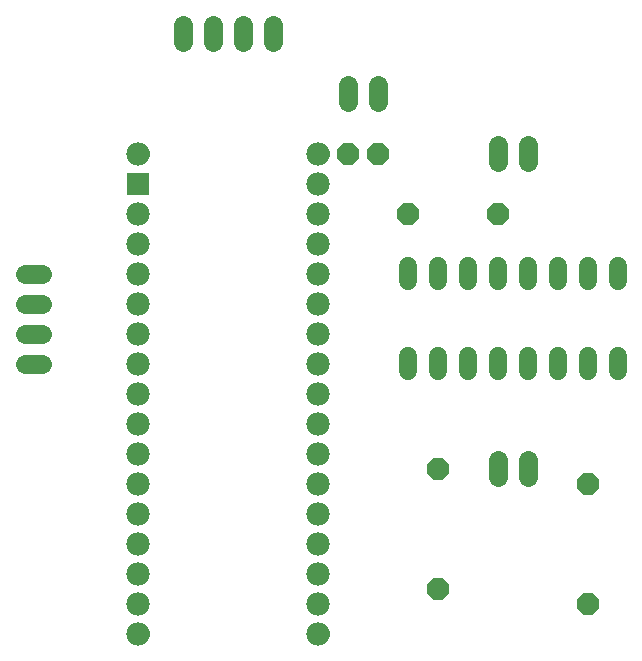
<source format=gbs>
G75*
%MOIN*%
%OFA0B0*%
%FSLAX25Y25*%
%IPPOS*%
%LPD*%
%AMOC8*
5,1,8,0,0,1.08239X$1,22.5*
%
%ADD10R,0.07800X0.07800*%
%ADD11C,0.07800*%
%ADD12C,0.00000*%
%ADD13C,0.06000*%
%ADD14C,0.06400*%
%ADD15OC8,0.07296*%
D10*
X0049167Y0187600D03*
D11*
X0049167Y0037600D03*
X0049167Y0047600D03*
X0049167Y0057600D03*
X0049167Y0067600D03*
X0049167Y0077600D03*
X0049167Y0087600D03*
X0049167Y0097600D03*
X0049167Y0107600D03*
X0049167Y0117600D03*
X0049167Y0127600D03*
X0049167Y0137600D03*
X0049167Y0147600D03*
X0049167Y0157600D03*
X0049167Y0167600D03*
X0049167Y0177600D03*
X0049167Y0197600D03*
X0109167Y0197600D03*
X0109167Y0187600D03*
X0109167Y0177600D03*
X0109167Y0167600D03*
X0109167Y0157600D03*
X0109167Y0147600D03*
X0109167Y0137600D03*
X0109167Y0127600D03*
X0109167Y0117600D03*
X0109167Y0107600D03*
X0109167Y0097600D03*
X0109167Y0087600D03*
X0109167Y0077600D03*
X0109167Y0067600D03*
X0109167Y0057600D03*
X0109167Y0047600D03*
X0109167Y0037600D03*
D12*
X0105667Y0037600D02*
X0105669Y0037718D01*
X0105675Y0037836D01*
X0105685Y0037954D01*
X0105699Y0038071D01*
X0105717Y0038188D01*
X0105739Y0038305D01*
X0105764Y0038420D01*
X0105794Y0038534D01*
X0105828Y0038648D01*
X0105865Y0038760D01*
X0105906Y0038871D01*
X0105951Y0038980D01*
X0105999Y0039088D01*
X0106051Y0039194D01*
X0106107Y0039299D01*
X0106166Y0039401D01*
X0106228Y0039501D01*
X0106294Y0039599D01*
X0106363Y0039695D01*
X0106436Y0039789D01*
X0106511Y0039880D01*
X0106590Y0039968D01*
X0106671Y0040054D01*
X0106756Y0040137D01*
X0106843Y0040217D01*
X0106932Y0040294D01*
X0107025Y0040368D01*
X0107119Y0040438D01*
X0107216Y0040506D01*
X0107316Y0040570D01*
X0107417Y0040631D01*
X0107520Y0040688D01*
X0107626Y0040742D01*
X0107733Y0040793D01*
X0107841Y0040839D01*
X0107951Y0040882D01*
X0108063Y0040921D01*
X0108176Y0040957D01*
X0108290Y0040988D01*
X0108405Y0041016D01*
X0108520Y0041040D01*
X0108637Y0041060D01*
X0108754Y0041076D01*
X0108872Y0041088D01*
X0108990Y0041096D01*
X0109108Y0041100D01*
X0109226Y0041100D01*
X0109344Y0041096D01*
X0109462Y0041088D01*
X0109580Y0041076D01*
X0109697Y0041060D01*
X0109814Y0041040D01*
X0109929Y0041016D01*
X0110044Y0040988D01*
X0110158Y0040957D01*
X0110271Y0040921D01*
X0110383Y0040882D01*
X0110493Y0040839D01*
X0110601Y0040793D01*
X0110708Y0040742D01*
X0110814Y0040688D01*
X0110917Y0040631D01*
X0111018Y0040570D01*
X0111118Y0040506D01*
X0111215Y0040438D01*
X0111309Y0040368D01*
X0111402Y0040294D01*
X0111491Y0040217D01*
X0111578Y0040137D01*
X0111663Y0040054D01*
X0111744Y0039968D01*
X0111823Y0039880D01*
X0111898Y0039789D01*
X0111971Y0039695D01*
X0112040Y0039599D01*
X0112106Y0039501D01*
X0112168Y0039401D01*
X0112227Y0039299D01*
X0112283Y0039194D01*
X0112335Y0039088D01*
X0112383Y0038980D01*
X0112428Y0038871D01*
X0112469Y0038760D01*
X0112506Y0038648D01*
X0112540Y0038534D01*
X0112570Y0038420D01*
X0112595Y0038305D01*
X0112617Y0038188D01*
X0112635Y0038071D01*
X0112649Y0037954D01*
X0112659Y0037836D01*
X0112665Y0037718D01*
X0112667Y0037600D01*
X0112665Y0037482D01*
X0112659Y0037364D01*
X0112649Y0037246D01*
X0112635Y0037129D01*
X0112617Y0037012D01*
X0112595Y0036895D01*
X0112570Y0036780D01*
X0112540Y0036666D01*
X0112506Y0036552D01*
X0112469Y0036440D01*
X0112428Y0036329D01*
X0112383Y0036220D01*
X0112335Y0036112D01*
X0112283Y0036006D01*
X0112227Y0035901D01*
X0112168Y0035799D01*
X0112106Y0035699D01*
X0112040Y0035601D01*
X0111971Y0035505D01*
X0111898Y0035411D01*
X0111823Y0035320D01*
X0111744Y0035232D01*
X0111663Y0035146D01*
X0111578Y0035063D01*
X0111491Y0034983D01*
X0111402Y0034906D01*
X0111309Y0034832D01*
X0111215Y0034762D01*
X0111118Y0034694D01*
X0111018Y0034630D01*
X0110917Y0034569D01*
X0110814Y0034512D01*
X0110708Y0034458D01*
X0110601Y0034407D01*
X0110493Y0034361D01*
X0110383Y0034318D01*
X0110271Y0034279D01*
X0110158Y0034243D01*
X0110044Y0034212D01*
X0109929Y0034184D01*
X0109814Y0034160D01*
X0109697Y0034140D01*
X0109580Y0034124D01*
X0109462Y0034112D01*
X0109344Y0034104D01*
X0109226Y0034100D01*
X0109108Y0034100D01*
X0108990Y0034104D01*
X0108872Y0034112D01*
X0108754Y0034124D01*
X0108637Y0034140D01*
X0108520Y0034160D01*
X0108405Y0034184D01*
X0108290Y0034212D01*
X0108176Y0034243D01*
X0108063Y0034279D01*
X0107951Y0034318D01*
X0107841Y0034361D01*
X0107733Y0034407D01*
X0107626Y0034458D01*
X0107520Y0034512D01*
X0107417Y0034569D01*
X0107316Y0034630D01*
X0107216Y0034694D01*
X0107119Y0034762D01*
X0107025Y0034832D01*
X0106932Y0034906D01*
X0106843Y0034983D01*
X0106756Y0035063D01*
X0106671Y0035146D01*
X0106590Y0035232D01*
X0106511Y0035320D01*
X0106436Y0035411D01*
X0106363Y0035505D01*
X0106294Y0035601D01*
X0106228Y0035699D01*
X0106166Y0035799D01*
X0106107Y0035901D01*
X0106051Y0036006D01*
X0105999Y0036112D01*
X0105951Y0036220D01*
X0105906Y0036329D01*
X0105865Y0036440D01*
X0105828Y0036552D01*
X0105794Y0036666D01*
X0105764Y0036780D01*
X0105739Y0036895D01*
X0105717Y0037012D01*
X0105699Y0037129D01*
X0105685Y0037246D01*
X0105675Y0037364D01*
X0105669Y0037482D01*
X0105667Y0037600D01*
X0045667Y0037600D02*
X0045669Y0037718D01*
X0045675Y0037836D01*
X0045685Y0037954D01*
X0045699Y0038071D01*
X0045717Y0038188D01*
X0045739Y0038305D01*
X0045764Y0038420D01*
X0045794Y0038534D01*
X0045828Y0038648D01*
X0045865Y0038760D01*
X0045906Y0038871D01*
X0045951Y0038980D01*
X0045999Y0039088D01*
X0046051Y0039194D01*
X0046107Y0039299D01*
X0046166Y0039401D01*
X0046228Y0039501D01*
X0046294Y0039599D01*
X0046363Y0039695D01*
X0046436Y0039789D01*
X0046511Y0039880D01*
X0046590Y0039968D01*
X0046671Y0040054D01*
X0046756Y0040137D01*
X0046843Y0040217D01*
X0046932Y0040294D01*
X0047025Y0040368D01*
X0047119Y0040438D01*
X0047216Y0040506D01*
X0047316Y0040570D01*
X0047417Y0040631D01*
X0047520Y0040688D01*
X0047626Y0040742D01*
X0047733Y0040793D01*
X0047841Y0040839D01*
X0047951Y0040882D01*
X0048063Y0040921D01*
X0048176Y0040957D01*
X0048290Y0040988D01*
X0048405Y0041016D01*
X0048520Y0041040D01*
X0048637Y0041060D01*
X0048754Y0041076D01*
X0048872Y0041088D01*
X0048990Y0041096D01*
X0049108Y0041100D01*
X0049226Y0041100D01*
X0049344Y0041096D01*
X0049462Y0041088D01*
X0049580Y0041076D01*
X0049697Y0041060D01*
X0049814Y0041040D01*
X0049929Y0041016D01*
X0050044Y0040988D01*
X0050158Y0040957D01*
X0050271Y0040921D01*
X0050383Y0040882D01*
X0050493Y0040839D01*
X0050601Y0040793D01*
X0050708Y0040742D01*
X0050814Y0040688D01*
X0050917Y0040631D01*
X0051018Y0040570D01*
X0051118Y0040506D01*
X0051215Y0040438D01*
X0051309Y0040368D01*
X0051402Y0040294D01*
X0051491Y0040217D01*
X0051578Y0040137D01*
X0051663Y0040054D01*
X0051744Y0039968D01*
X0051823Y0039880D01*
X0051898Y0039789D01*
X0051971Y0039695D01*
X0052040Y0039599D01*
X0052106Y0039501D01*
X0052168Y0039401D01*
X0052227Y0039299D01*
X0052283Y0039194D01*
X0052335Y0039088D01*
X0052383Y0038980D01*
X0052428Y0038871D01*
X0052469Y0038760D01*
X0052506Y0038648D01*
X0052540Y0038534D01*
X0052570Y0038420D01*
X0052595Y0038305D01*
X0052617Y0038188D01*
X0052635Y0038071D01*
X0052649Y0037954D01*
X0052659Y0037836D01*
X0052665Y0037718D01*
X0052667Y0037600D01*
X0052665Y0037482D01*
X0052659Y0037364D01*
X0052649Y0037246D01*
X0052635Y0037129D01*
X0052617Y0037012D01*
X0052595Y0036895D01*
X0052570Y0036780D01*
X0052540Y0036666D01*
X0052506Y0036552D01*
X0052469Y0036440D01*
X0052428Y0036329D01*
X0052383Y0036220D01*
X0052335Y0036112D01*
X0052283Y0036006D01*
X0052227Y0035901D01*
X0052168Y0035799D01*
X0052106Y0035699D01*
X0052040Y0035601D01*
X0051971Y0035505D01*
X0051898Y0035411D01*
X0051823Y0035320D01*
X0051744Y0035232D01*
X0051663Y0035146D01*
X0051578Y0035063D01*
X0051491Y0034983D01*
X0051402Y0034906D01*
X0051309Y0034832D01*
X0051215Y0034762D01*
X0051118Y0034694D01*
X0051018Y0034630D01*
X0050917Y0034569D01*
X0050814Y0034512D01*
X0050708Y0034458D01*
X0050601Y0034407D01*
X0050493Y0034361D01*
X0050383Y0034318D01*
X0050271Y0034279D01*
X0050158Y0034243D01*
X0050044Y0034212D01*
X0049929Y0034184D01*
X0049814Y0034160D01*
X0049697Y0034140D01*
X0049580Y0034124D01*
X0049462Y0034112D01*
X0049344Y0034104D01*
X0049226Y0034100D01*
X0049108Y0034100D01*
X0048990Y0034104D01*
X0048872Y0034112D01*
X0048754Y0034124D01*
X0048637Y0034140D01*
X0048520Y0034160D01*
X0048405Y0034184D01*
X0048290Y0034212D01*
X0048176Y0034243D01*
X0048063Y0034279D01*
X0047951Y0034318D01*
X0047841Y0034361D01*
X0047733Y0034407D01*
X0047626Y0034458D01*
X0047520Y0034512D01*
X0047417Y0034569D01*
X0047316Y0034630D01*
X0047216Y0034694D01*
X0047119Y0034762D01*
X0047025Y0034832D01*
X0046932Y0034906D01*
X0046843Y0034983D01*
X0046756Y0035063D01*
X0046671Y0035146D01*
X0046590Y0035232D01*
X0046511Y0035320D01*
X0046436Y0035411D01*
X0046363Y0035505D01*
X0046294Y0035601D01*
X0046228Y0035699D01*
X0046166Y0035799D01*
X0046107Y0035901D01*
X0046051Y0036006D01*
X0045999Y0036112D01*
X0045951Y0036220D01*
X0045906Y0036329D01*
X0045865Y0036440D01*
X0045828Y0036552D01*
X0045794Y0036666D01*
X0045764Y0036780D01*
X0045739Y0036895D01*
X0045717Y0037012D01*
X0045699Y0037129D01*
X0045685Y0037246D01*
X0045675Y0037364D01*
X0045669Y0037482D01*
X0045667Y0037600D01*
X0045667Y0197600D02*
X0045669Y0197718D01*
X0045675Y0197836D01*
X0045685Y0197954D01*
X0045699Y0198071D01*
X0045717Y0198188D01*
X0045739Y0198305D01*
X0045764Y0198420D01*
X0045794Y0198534D01*
X0045828Y0198648D01*
X0045865Y0198760D01*
X0045906Y0198871D01*
X0045951Y0198980D01*
X0045999Y0199088D01*
X0046051Y0199194D01*
X0046107Y0199299D01*
X0046166Y0199401D01*
X0046228Y0199501D01*
X0046294Y0199599D01*
X0046363Y0199695D01*
X0046436Y0199789D01*
X0046511Y0199880D01*
X0046590Y0199968D01*
X0046671Y0200054D01*
X0046756Y0200137D01*
X0046843Y0200217D01*
X0046932Y0200294D01*
X0047025Y0200368D01*
X0047119Y0200438D01*
X0047216Y0200506D01*
X0047316Y0200570D01*
X0047417Y0200631D01*
X0047520Y0200688D01*
X0047626Y0200742D01*
X0047733Y0200793D01*
X0047841Y0200839D01*
X0047951Y0200882D01*
X0048063Y0200921D01*
X0048176Y0200957D01*
X0048290Y0200988D01*
X0048405Y0201016D01*
X0048520Y0201040D01*
X0048637Y0201060D01*
X0048754Y0201076D01*
X0048872Y0201088D01*
X0048990Y0201096D01*
X0049108Y0201100D01*
X0049226Y0201100D01*
X0049344Y0201096D01*
X0049462Y0201088D01*
X0049580Y0201076D01*
X0049697Y0201060D01*
X0049814Y0201040D01*
X0049929Y0201016D01*
X0050044Y0200988D01*
X0050158Y0200957D01*
X0050271Y0200921D01*
X0050383Y0200882D01*
X0050493Y0200839D01*
X0050601Y0200793D01*
X0050708Y0200742D01*
X0050814Y0200688D01*
X0050917Y0200631D01*
X0051018Y0200570D01*
X0051118Y0200506D01*
X0051215Y0200438D01*
X0051309Y0200368D01*
X0051402Y0200294D01*
X0051491Y0200217D01*
X0051578Y0200137D01*
X0051663Y0200054D01*
X0051744Y0199968D01*
X0051823Y0199880D01*
X0051898Y0199789D01*
X0051971Y0199695D01*
X0052040Y0199599D01*
X0052106Y0199501D01*
X0052168Y0199401D01*
X0052227Y0199299D01*
X0052283Y0199194D01*
X0052335Y0199088D01*
X0052383Y0198980D01*
X0052428Y0198871D01*
X0052469Y0198760D01*
X0052506Y0198648D01*
X0052540Y0198534D01*
X0052570Y0198420D01*
X0052595Y0198305D01*
X0052617Y0198188D01*
X0052635Y0198071D01*
X0052649Y0197954D01*
X0052659Y0197836D01*
X0052665Y0197718D01*
X0052667Y0197600D01*
X0052665Y0197482D01*
X0052659Y0197364D01*
X0052649Y0197246D01*
X0052635Y0197129D01*
X0052617Y0197012D01*
X0052595Y0196895D01*
X0052570Y0196780D01*
X0052540Y0196666D01*
X0052506Y0196552D01*
X0052469Y0196440D01*
X0052428Y0196329D01*
X0052383Y0196220D01*
X0052335Y0196112D01*
X0052283Y0196006D01*
X0052227Y0195901D01*
X0052168Y0195799D01*
X0052106Y0195699D01*
X0052040Y0195601D01*
X0051971Y0195505D01*
X0051898Y0195411D01*
X0051823Y0195320D01*
X0051744Y0195232D01*
X0051663Y0195146D01*
X0051578Y0195063D01*
X0051491Y0194983D01*
X0051402Y0194906D01*
X0051309Y0194832D01*
X0051215Y0194762D01*
X0051118Y0194694D01*
X0051018Y0194630D01*
X0050917Y0194569D01*
X0050814Y0194512D01*
X0050708Y0194458D01*
X0050601Y0194407D01*
X0050493Y0194361D01*
X0050383Y0194318D01*
X0050271Y0194279D01*
X0050158Y0194243D01*
X0050044Y0194212D01*
X0049929Y0194184D01*
X0049814Y0194160D01*
X0049697Y0194140D01*
X0049580Y0194124D01*
X0049462Y0194112D01*
X0049344Y0194104D01*
X0049226Y0194100D01*
X0049108Y0194100D01*
X0048990Y0194104D01*
X0048872Y0194112D01*
X0048754Y0194124D01*
X0048637Y0194140D01*
X0048520Y0194160D01*
X0048405Y0194184D01*
X0048290Y0194212D01*
X0048176Y0194243D01*
X0048063Y0194279D01*
X0047951Y0194318D01*
X0047841Y0194361D01*
X0047733Y0194407D01*
X0047626Y0194458D01*
X0047520Y0194512D01*
X0047417Y0194569D01*
X0047316Y0194630D01*
X0047216Y0194694D01*
X0047119Y0194762D01*
X0047025Y0194832D01*
X0046932Y0194906D01*
X0046843Y0194983D01*
X0046756Y0195063D01*
X0046671Y0195146D01*
X0046590Y0195232D01*
X0046511Y0195320D01*
X0046436Y0195411D01*
X0046363Y0195505D01*
X0046294Y0195601D01*
X0046228Y0195699D01*
X0046166Y0195799D01*
X0046107Y0195901D01*
X0046051Y0196006D01*
X0045999Y0196112D01*
X0045951Y0196220D01*
X0045906Y0196329D01*
X0045865Y0196440D01*
X0045828Y0196552D01*
X0045794Y0196666D01*
X0045764Y0196780D01*
X0045739Y0196895D01*
X0045717Y0197012D01*
X0045699Y0197129D01*
X0045685Y0197246D01*
X0045675Y0197364D01*
X0045669Y0197482D01*
X0045667Y0197600D01*
X0105667Y0197600D02*
X0105669Y0197718D01*
X0105675Y0197836D01*
X0105685Y0197954D01*
X0105699Y0198071D01*
X0105717Y0198188D01*
X0105739Y0198305D01*
X0105764Y0198420D01*
X0105794Y0198534D01*
X0105828Y0198648D01*
X0105865Y0198760D01*
X0105906Y0198871D01*
X0105951Y0198980D01*
X0105999Y0199088D01*
X0106051Y0199194D01*
X0106107Y0199299D01*
X0106166Y0199401D01*
X0106228Y0199501D01*
X0106294Y0199599D01*
X0106363Y0199695D01*
X0106436Y0199789D01*
X0106511Y0199880D01*
X0106590Y0199968D01*
X0106671Y0200054D01*
X0106756Y0200137D01*
X0106843Y0200217D01*
X0106932Y0200294D01*
X0107025Y0200368D01*
X0107119Y0200438D01*
X0107216Y0200506D01*
X0107316Y0200570D01*
X0107417Y0200631D01*
X0107520Y0200688D01*
X0107626Y0200742D01*
X0107733Y0200793D01*
X0107841Y0200839D01*
X0107951Y0200882D01*
X0108063Y0200921D01*
X0108176Y0200957D01*
X0108290Y0200988D01*
X0108405Y0201016D01*
X0108520Y0201040D01*
X0108637Y0201060D01*
X0108754Y0201076D01*
X0108872Y0201088D01*
X0108990Y0201096D01*
X0109108Y0201100D01*
X0109226Y0201100D01*
X0109344Y0201096D01*
X0109462Y0201088D01*
X0109580Y0201076D01*
X0109697Y0201060D01*
X0109814Y0201040D01*
X0109929Y0201016D01*
X0110044Y0200988D01*
X0110158Y0200957D01*
X0110271Y0200921D01*
X0110383Y0200882D01*
X0110493Y0200839D01*
X0110601Y0200793D01*
X0110708Y0200742D01*
X0110814Y0200688D01*
X0110917Y0200631D01*
X0111018Y0200570D01*
X0111118Y0200506D01*
X0111215Y0200438D01*
X0111309Y0200368D01*
X0111402Y0200294D01*
X0111491Y0200217D01*
X0111578Y0200137D01*
X0111663Y0200054D01*
X0111744Y0199968D01*
X0111823Y0199880D01*
X0111898Y0199789D01*
X0111971Y0199695D01*
X0112040Y0199599D01*
X0112106Y0199501D01*
X0112168Y0199401D01*
X0112227Y0199299D01*
X0112283Y0199194D01*
X0112335Y0199088D01*
X0112383Y0198980D01*
X0112428Y0198871D01*
X0112469Y0198760D01*
X0112506Y0198648D01*
X0112540Y0198534D01*
X0112570Y0198420D01*
X0112595Y0198305D01*
X0112617Y0198188D01*
X0112635Y0198071D01*
X0112649Y0197954D01*
X0112659Y0197836D01*
X0112665Y0197718D01*
X0112667Y0197600D01*
X0112665Y0197482D01*
X0112659Y0197364D01*
X0112649Y0197246D01*
X0112635Y0197129D01*
X0112617Y0197012D01*
X0112595Y0196895D01*
X0112570Y0196780D01*
X0112540Y0196666D01*
X0112506Y0196552D01*
X0112469Y0196440D01*
X0112428Y0196329D01*
X0112383Y0196220D01*
X0112335Y0196112D01*
X0112283Y0196006D01*
X0112227Y0195901D01*
X0112168Y0195799D01*
X0112106Y0195699D01*
X0112040Y0195601D01*
X0111971Y0195505D01*
X0111898Y0195411D01*
X0111823Y0195320D01*
X0111744Y0195232D01*
X0111663Y0195146D01*
X0111578Y0195063D01*
X0111491Y0194983D01*
X0111402Y0194906D01*
X0111309Y0194832D01*
X0111215Y0194762D01*
X0111118Y0194694D01*
X0111018Y0194630D01*
X0110917Y0194569D01*
X0110814Y0194512D01*
X0110708Y0194458D01*
X0110601Y0194407D01*
X0110493Y0194361D01*
X0110383Y0194318D01*
X0110271Y0194279D01*
X0110158Y0194243D01*
X0110044Y0194212D01*
X0109929Y0194184D01*
X0109814Y0194160D01*
X0109697Y0194140D01*
X0109580Y0194124D01*
X0109462Y0194112D01*
X0109344Y0194104D01*
X0109226Y0194100D01*
X0109108Y0194100D01*
X0108990Y0194104D01*
X0108872Y0194112D01*
X0108754Y0194124D01*
X0108637Y0194140D01*
X0108520Y0194160D01*
X0108405Y0194184D01*
X0108290Y0194212D01*
X0108176Y0194243D01*
X0108063Y0194279D01*
X0107951Y0194318D01*
X0107841Y0194361D01*
X0107733Y0194407D01*
X0107626Y0194458D01*
X0107520Y0194512D01*
X0107417Y0194569D01*
X0107316Y0194630D01*
X0107216Y0194694D01*
X0107119Y0194762D01*
X0107025Y0194832D01*
X0106932Y0194906D01*
X0106843Y0194983D01*
X0106756Y0195063D01*
X0106671Y0195146D01*
X0106590Y0195232D01*
X0106511Y0195320D01*
X0106436Y0195411D01*
X0106363Y0195505D01*
X0106294Y0195601D01*
X0106228Y0195699D01*
X0106166Y0195799D01*
X0106107Y0195901D01*
X0106051Y0196006D01*
X0105999Y0196112D01*
X0105951Y0196220D01*
X0105906Y0196329D01*
X0105865Y0196440D01*
X0105828Y0196552D01*
X0105794Y0196666D01*
X0105764Y0196780D01*
X0105739Y0196895D01*
X0105717Y0197012D01*
X0105699Y0197129D01*
X0105685Y0197246D01*
X0105675Y0197364D01*
X0105669Y0197482D01*
X0105667Y0197600D01*
D13*
X0139167Y0160200D02*
X0139167Y0155000D01*
X0149167Y0155000D02*
X0149167Y0160200D01*
X0159167Y0160200D02*
X0159167Y0155000D01*
X0169167Y0155000D02*
X0169167Y0160200D01*
X0179167Y0160200D02*
X0179167Y0155000D01*
X0189167Y0155000D02*
X0189167Y0160200D01*
X0199167Y0160200D02*
X0199167Y0155000D01*
X0209167Y0155000D02*
X0209167Y0160200D01*
X0209167Y0130200D02*
X0209167Y0125000D01*
X0199167Y0125000D02*
X0199167Y0130200D01*
X0189167Y0130200D02*
X0189167Y0125000D01*
X0179167Y0125000D02*
X0179167Y0130200D01*
X0169167Y0130200D02*
X0169167Y0125000D01*
X0159167Y0125000D02*
X0159167Y0130200D01*
X0149167Y0130200D02*
X0149167Y0125000D01*
X0139167Y0125000D02*
X0139167Y0130200D01*
D14*
X0169167Y0095400D02*
X0169167Y0089800D01*
X0179167Y0089800D02*
X0179167Y0095400D01*
X0179167Y0194800D02*
X0179167Y0200400D01*
X0169167Y0200400D02*
X0169167Y0194800D01*
X0129167Y0214800D02*
X0129167Y0220400D01*
X0119167Y0220400D02*
X0119167Y0214800D01*
X0094167Y0234800D02*
X0094167Y0240400D01*
X0084167Y0240400D02*
X0084167Y0234800D01*
X0074167Y0234800D02*
X0074167Y0240400D01*
X0064167Y0240400D02*
X0064167Y0234800D01*
X0016967Y0157600D02*
X0011367Y0157600D01*
X0011367Y0147600D02*
X0016967Y0147600D01*
X0016967Y0137600D02*
X0011367Y0137600D01*
X0011367Y0127600D02*
X0016967Y0127600D01*
D15*
X0119167Y0197600D03*
X0129167Y0197600D03*
X0139167Y0177600D03*
X0169167Y0177600D03*
X0149167Y0092600D03*
X0149167Y0052600D03*
X0199167Y0047600D03*
X0199167Y0087600D03*
M02*

</source>
